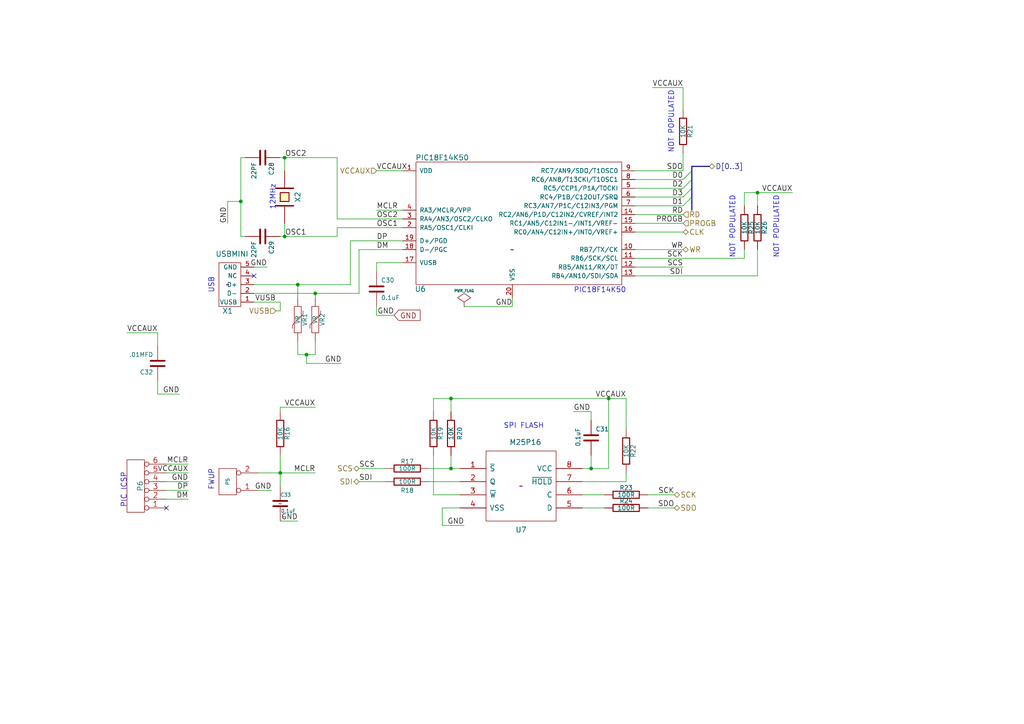
<source format=kicad_sch>
(kicad_sch (version 20211123) (generator eeschema)
  (paper "A4")
  (title_block (title "MIMAS SPARTAN 6 FPGA MODULE") (date "3 dec 2013") (company "Numato Lab") (comment 1 "http://www.numato.com") (comment 2 "License : CC BY-SA"))
  (lib_symbols
    (symbol "Mimas-rescue:C" (pin_numbers hide) (pin_names (offset 0.254))
      (property "Reference" "C" (at 0 2.54 0))
      (property "Value" "C" (at 0.1524 -2.159 0))
      (symbol "C_0_1"
        (polyline (pts (xy -2.032 -0.762) (xy 2.032 -0.762)) (stroke (width 0.508)))
        (polyline (pts (xy -2.032 0.762) (xy 2.032 0.762)) (stroke (width 0.508)))
      )
      (symbol "C_1_1"
        (pin passive line (at 0 5.08 270) (length 4.318) (name "~") (number "1"))
        (pin passive line (at 0 -5.08 90) (length 4.318) (name "~") (number "2"))
      )
    )
    (symbol "Mimas-rescue:CONN_2" (pin_names (offset 1.016) hide)
      (property "Reference" "P" (at -1.27 0 90))
      (property "Value" "CONN_2" (at 1.27 0 90))
      (symbol "CONN_2_0_1"
        (rectangle (start -2.54 3.81) (end 2.54 -3.81))
      )
      (symbol "CONN_2_1_1"
        (pin passive inverted (at -8.89 2.54 0) (length 6.35) (name "P1") (number "1"))
        (pin passive inverted (at -8.89 -2.54 0) (length 6.35) (name "PM") (number "2"))
      )
    )
    (symbol "Mimas-rescue:CONN_6" (pin_names (offset 0.762) hide)
      (property "Reference" "P" (at -1.27 0 90))
      (property "Value" "CONN_6" (at 1.27 0 90))
      (symbol "CONN_6_0_1"
        (rectangle (start -2.54 7.62) (end 2.54 -7.62))
      )
      (symbol "CONN_6_1_1"
        (pin passive inverted (at -8.89 6.35 0) (length 6.35) (name "1") (number "1"))
        (pin passive inverted (at -8.89 3.81 0) (length 6.35) (name "2") (number "2"))
        (pin passive inverted (at -8.89 1.27 0) (length 6.35) (name "3") (number "3"))
        (pin passive inverted (at -8.89 -1.27 0) (length 6.35) (name "4") (number "4"))
        (pin passive inverted (at -8.89 -3.81 0) (length 6.35) (name "5") (number "5"))
        (pin passive inverted (at -8.89 -6.35 0) (length 6.35) (name "6") (number "6"))
      )
    )
    (symbol "Mimas-rescue:CRYSTAL" (pin_numbers hide) (pin_names (offset 1.016) hide)
      (property "Reference" "X" (at 0 3.81 0))
      (property "Value" "CRYSTAL" (at 0 -3.81 0))
      (symbol "CRYSTAL_0_1"
        (polyline (pts (xy -2.54 2.54) (xy -2.54 -2.54)) (stroke (width 0.4064)))
        (polyline (pts (xy 2.54 2.54) (xy 2.54 -2.54)) (stroke (width 0.4064)))
        (polyline (pts (xy -1.27 1.27) (xy 1.27 1.27) (xy 1.27 -1.27) (xy -1.27 -1.27) (xy -1.27 1.27)) (stroke (width 0.3048)) (fill (type background)))
      )
      (symbol "CRYSTAL_1_1"
        (pin passive line (at -7.62 0 0) (length 5.08) (name "1") (number "1"))
        (pin passive line (at 7.62 0 180) (length 5.08) (name "2") (number "2"))
      )
    )
    (symbol "Mimas-rescue:M25P16" (pin_names (offset 1.016))
      (property "Reference" "U" (at 0 -12.7 0))
      (property "Value" "M25P16" (at 1.27 12.7 0))
      (symbol "M25P16_0_1"
        (rectangle (start -10.16 10.16) (end 10.16 -10.16))
      )
      (symbol "M25P16_1_1"
        (pin input line (at -17.78 5.08 0) (length 7.62) (name "~{S}") (number "1"))
        (pin output line (at -17.78 1.27 0) (length 7.62) (name "Q") (number "2"))
        (pin input line (at -17.78 -2.54 0) (length 7.62) (name "~{W}") (number "3"))
        (pin power_in line (at -17.78 -6.35 0) (length 7.62) (name "VSS") (number "4"))
        (pin input line (at 17.78 -6.35 180) (length 7.62) (name "D") (number "5"))
        (pin input line (at 17.78 -2.54 180) (length 7.62) (name "C") (number "6"))
        (pin input line (at 17.78 1.27 180) (length 7.62) (name "~{HOLD}") (number "7"))
        (pin power_in line (at 17.78 5.08 180) (length 7.62) (name "VCC") (number "8"))
      )
    )
    (symbol "Mimas-rescue:PIC18F14K50" (pin_names (offset 1.016))
      (property "Reference" "U" (at -26.67 -11.43 0))
      (property "Value" "PIC18F14K50" (at -20.32 26.67 0))
      (symbol "PIC18F14K50_0_1"
        (rectangle (start -27.94 25.4) (end 31.75 -10.16))
      )
      (symbol "PIC18F14K50_1_1"
        (pin power_in line (at -31.75 22.86 0) (length 3.81) (name "VDD") (number "1"))
        (pin bidirectional line (at 35.56 0 180) (length 3.81) (name "RB7/TX/CK") (number "10"))
        (pin bidirectional line (at 35.56 -2.54 180) (length 3.81) (name "RB6/SCK/SCL") (number "11"))
        (pin bidirectional line (at 35.56 -5.08 180) (length 3.81) (name "RB5/AN11/RX/DT") (number "12"))
        (pin bidirectional line (at 35.56 -7.62 180) (length 3.81) (name "RB4/AN10/SDI/SDA") (number "13"))
        (pin bidirectional line (at 35.56 10.16 180) (length 3.81) (name "RC2/AN6/P1D/C12IN2/CVREF/INT2") (number "14"))
        (pin bidirectional line (at 35.56 7.62 180) (length 3.81) (name "RC1/AN5/C12IN1-/INT1/VREF-") (number "15"))
        (pin bidirectional line (at 35.56 5.08 180) (length 3.81) (name "RC0/AN4/C12IN+/INT0/VREF+") (number "16"))
        (pin bidirectional line (at -31.75 -3.81 0) (length 3.81) (name "VUSB") (number "17"))
        (pin bidirectional line (at -31.75 0 0) (length 3.81) (name "D-/PGC") (number "18"))
        (pin bidirectional line (at -31.75 2.54 0) (length 3.81) (name "D+/PGD") (number "19"))
        (pin bidirectional line (at -31.75 6.35 0) (length 3.81) (name "RA5/OSC1/CLKI") (number "2"))
        (pin power_in line (at 0 -13.97 90) (length 3.81) (name "VSS") (number "20"))
        (pin bidirectional line (at -31.75 8.89 0) (length 3.81) (name "RA4/AN3/OSC2/CLKO") (number "3"))
        (pin bidirectional line (at -31.75 11.43 0) (length 3.81) (name "RA3/MCLR/VPP") (number "4"))
        (pin bidirectional line (at 35.56 17.78 180) (length 3.81) (name "RC5/CCP1/P1A/T0CKI") (number "5"))
        (pin bidirectional line (at 35.56 15.24 180) (length 3.81) (name "RC4/P1B/C12OUT/SRQ") (number "6"))
        (pin bidirectional line (at 35.56 12.7 180) (length 3.81) (name "RC3/AN7/P1C/C12IN3/PGM") (number "7"))
        (pin bidirectional line (at 35.56 20.32 180) (length 3.81) (name "RC6/AN8/T13CKI/T1OSC1") (number "8"))
        (pin bidirectional line (at 35.56 22.86 180) (length 3.81) (name "RC7/AN9/SDO/T1OSC0") (number "9"))
      )
    )
    (symbol "Mimas-rescue:PWR_FLAG" (power) (pin_numbers hide) (pin_names (offset 0) hide)
      (property "Value" "PWR_FLAG" (at 0 4.572 0))
      (symbol "PWR_FLAG_0_0"
        (pin power_out line (at 0 0 90) (length 0) (name "pwr") (number "1"))
      )
      (symbol "PWR_FLAG_0_1"
        (polyline (pts (xy 0 0) (xy 0 1.27) (xy -1.905 2.54) (xy 0 3.81) (xy 1.905 2.54) (xy 0 1.27)))
      )
    )
    (symbol "Mimas-rescue:R" (pin_numbers hide) (pin_names (offset 0))
      (property "Reference" "R" (at 2.032 0 90))
      (property "Value" "R" (at 0.1778 0.0254 90))
      (symbol "R_0_1"
        (rectangle (start -1.016 3.81) (end 1.016 -3.81) (stroke (width 0.3048)))
      )
      (symbol "R_1_1"
        (pin passive line (at 0 6.35 270) (length 2.54) (name "~") (number "1"))
        (pin passive line (at 0 -6.35 90) (length 2.54) (name "~") (number "2"))
      )
    )
    (symbol "Mimas-rescue:USBMICRO" (pin_names (offset 1.016))
      (property "Reference" "X" (at 0 -7.62 0))
      (property "Value" "USBMICRO" (at 1.27 8.89 0))
      (symbol "USBMICRO_0_1"
        (polyline (pts (xy 3.81 -6.35) (xy 3.81 6.35) (xy -1.27 6.35) (xy -2.54 6.35) (xy -2.54 -6.35) (xy 3.81 -6.35)))
      )
      (symbol "USBMICRO_1_1"
        (pin power_out line (at 7.62 -5.08 180) (length 3.81) (name "VUSB") (number "1"))
        (pin bidirectional line (at 7.62 -2.54 180) (length 3.81) (name "D-") (number "2"))
        (pin bidirectional line (at 7.62 0 180) (length 3.81) (name "D+") (number "3"))
        (pin bidirectional line (at 7.62 2.54 180) (length 3.81) (name "NC") (number "4"))
        (pin power_in line (at 7.62 5.08 180) (length 3.81) (name "GND") (number "5"))
      )
    )
    (symbol "Mimas-rescue:VR" (pin_numbers hide) (pin_names (offset 0))
      (property "Reference" "VR" (at 1.524 -1.1684 90))
      (property "Value" "VR" (at 0 0 90))
      (symbol "VR_0_1"
        (rectangle (start -1.016 3.81) (end 1.016 -3.81))
        (polyline (pts (xy -1.524 -2.54) (xy -1.524 -1.524) (xy 1.524 1.524) (xy 1.524 2.54) (xy 1.524 2.54)))
      )
      (symbol "VR_1_1"
        (pin passive line (at 0 6.35 270) (length 2.54) (name "~") (number "1"))
        (pin passive line (at 0 -6.35 90) (length 2.54) (name "~") (number "2"))
      )
    )
  )
  (junction (at 176.53 115.57))
  (junction (at 82.55 68.58))
  (junction (at 171.45 135.89))
  (junction (at 130.81 115.57))
  (junction (at 88.9 102.87))
  (junction (at 86.36 82.55))
  (junction (at 130.81 135.89))
  (junction (at 81.28 137.16))
  (junction (at 91.44 85.09))
  (junction (at 219.71 55.88))
  (junction (at 82.55 45.72))
  (junction (at 69.85 58.42))
  (no_connect (at 48.26 147.32))
  (no_connect (at 73.66 80.01))
  (bus_entry (at 198.12 54.61) (size 2.54 -2.54))
  (bus_entry (at 198.12 52.07) (size 2.54 -2.54))
  (bus_entry (at 198.12 57.15) (size 2.54 -2.54))
  (bus_entry (at 198.12 59.69) (size 2.54 -2.54))
  (wire (pts (xy 81.28 137.16) (xy 81.28 140.97)))
  (wire (pts (xy 81.28 90.17) (xy 80.01 90.17)))
  (wire (pts (xy 181.61 115.57) (xy 181.61 124.46)))
  (wire (pts (xy 82.55 45.72) (xy 97.79 45.72)))
  (wire (pts (xy 45.72 96.52) (xy 45.72 100.33)))
  (bus (pts (xy 200.66 54.61) (xy 200.66 52.07)))
  (wire (pts (xy 184.15 67.31) (xy 198.12 67.31)))
  (wire (pts (xy 116.84 60.96) (xy 109.22 60.96)))
  (wire (pts (xy 215.9 59.69) (xy 215.9 55.88)))
  (wire (pts (xy 184.15 64.77) (xy 198.12 64.77)))
  (wire (pts (xy 219.71 59.69) (xy 219.71 55.88)))
  (wire (pts (xy 86.36 99.06) (xy 86.36 102.87)))
  (wire (pts (xy 69.85 68.58) (xy 71.12 68.58)))
  (wire (pts (xy 45.72 110.49) (xy 45.72 114.3)))
  (wire (pts (xy 184.15 52.07) (xy 198.12 52.07)))
  (wire (pts (xy 81.28 87.63) (xy 81.28 90.17)))
  (wire (pts (xy 215.9 55.88) (xy 219.71 55.88)))
  (wire (pts (xy 198.12 31.75) (xy 198.12 25.4)))
  (wire (pts (xy 81.28 119.38) (xy 81.28 118.11)))
  (wire (pts (xy 184.15 80.01) (xy 219.71 80.01)))
  (wire (pts (xy 130.81 135.89) (xy 124.46 135.89)))
  (wire (pts (xy 74.93 142.24) (xy 78.74 142.24)))
  (wire (pts (xy 101.6 82.55) (xy 101.6 69.85)))
  (wire (pts (xy 184.15 72.39) (xy 198.12 72.39)))
  (wire (pts (xy 148.59 88.9) (xy 134.62 88.9)))
  (bus (pts (xy 200.66 52.07) (xy 200.66 49.53)))
  (wire (pts (xy 116.84 49.53) (xy 109.22 49.53)))
  (wire (pts (xy 171.45 135.89) (xy 168.91 135.89)))
  (wire (pts (xy 104.14 72.39) (xy 116.84 72.39)))
  (wire (pts (xy 219.71 55.88) (xy 229.87 55.88)))
  (wire (pts (xy 81.28 151.13) (xy 86.36 151.13)))
  (wire (pts (xy 125.73 115.57) (xy 130.81 115.57)))
  (wire (pts (xy 81.28 132.08) (xy 81.28 137.16)))
  (wire (pts (xy 91.44 99.06) (xy 91.44 102.87)))
  (wire (pts (xy 73.66 85.09) (xy 91.44 85.09)))
  (wire (pts (xy 48.26 134.62) (xy 54.61 134.62)))
  (wire (pts (xy 81.28 68.58) (xy 82.55 68.58)))
  (wire (pts (xy 97.79 68.58) (xy 97.79 66.04)))
  (wire (pts (xy 133.35 147.32) (xy 128.27 147.32)))
  (bus (pts (xy 200.66 57.15) (xy 200.66 54.61)))
  (wire (pts (xy 168.91 147.32) (xy 175.26 147.32)))
  (wire (pts (xy 133.35 139.7) (xy 124.46 139.7)))
  (wire (pts (xy 176.53 135.89) (xy 171.45 135.89)))
  (wire (pts (xy 125.73 143.51) (xy 125.73 132.08)))
  (wire (pts (xy 198.12 25.4) (xy 189.23 25.4)))
  (wire (pts (xy 97.79 66.04) (xy 116.84 66.04)))
  (wire (pts (xy 86.36 86.36) (xy 86.36 82.55)))
  (wire (pts (xy 73.66 82.55) (xy 86.36 82.55)))
  (wire (pts (xy 198.12 49.53) (xy 184.15 49.53)))
  (wire (pts (xy 128.27 152.4) (xy 134.62 152.4)))
  (wire (pts (xy 69.85 58.42) (xy 69.85 68.58)))
  (wire (pts (xy 133.35 135.89) (xy 130.81 135.89)))
  (wire (pts (xy 74.93 137.16) (xy 81.28 137.16)))
  (wire (pts (xy 111.76 139.7) (xy 104.14 139.7)))
  (wire (pts (xy 184.15 54.61) (xy 198.12 54.61)))
  (wire (pts (xy 91.44 85.09) (xy 104.14 85.09)))
  (bus (pts (xy 200.66 49.53) (xy 200.66 48.26)))
  (wire (pts (xy 81.28 45.72) (xy 82.55 45.72)))
  (wire (pts (xy 88.9 102.87) (xy 91.44 102.87)))
  (wire (pts (xy 133.35 143.51) (xy 125.73 143.51)))
  (wire (pts (xy 148.59 86.36) (xy 148.59 88.9)))
  (wire (pts (xy 88.9 105.41) (xy 99.06 105.41)))
  (wire (pts (xy 97.79 63.5) (xy 116.84 63.5)))
  (wire (pts (xy 171.45 121.92) (xy 171.45 119.38)))
  (wire (pts (xy 86.36 82.55) (xy 101.6 82.55)))
  (wire (pts (xy 168.91 143.51) (xy 175.26 143.51)))
  (wire (pts (xy 86.36 102.87) (xy 88.9 102.87)))
  (wire (pts (xy 184.15 62.23) (xy 198.12 62.23)))
  (wire (pts (xy 168.91 139.7) (xy 181.61 139.7)))
  (wire (pts (xy 130.81 115.57) (xy 176.53 115.57)))
  (wire (pts (xy 130.81 119.38) (xy 130.81 115.57)))
  (wire (pts (xy 176.53 135.89) (xy 176.53 115.57)))
  (wire (pts (xy 187.96 147.32) (xy 195.58 147.32)))
  (wire (pts (xy 69.85 45.72) (xy 69.85 58.42)))
  (wire (pts (xy 91.44 86.36) (xy 91.44 85.09)))
  (wire (pts (xy 81.28 118.11) (xy 91.44 118.11)))
  (wire (pts (xy 109.22 88.9) (xy 109.22 91.44)))
  (wire (pts (xy 184.15 59.69) (xy 198.12 59.69)))
  (wire (pts (xy 171.45 132.08) (xy 171.45 135.89)))
  (wire (pts (xy 36.83 96.52) (xy 45.72 96.52)))
  (wire (pts (xy 82.55 68.58) (xy 97.79 68.58)))
  (wire (pts (xy 82.55 68.58) (xy 82.55 64.77)))
  (wire (pts (xy 187.96 143.51) (xy 195.58 143.51)))
  (wire (pts (xy 184.15 57.15) (xy 198.12 57.15)))
  (wire (pts (xy 71.12 45.72) (xy 69.85 45.72)))
  (wire (pts (xy 109.22 76.2) (xy 109.22 78.74)))
  (wire (pts (xy 104.14 85.09) (xy 104.14 72.39)))
  (wire (pts (xy 48.26 139.7) (xy 54.61 139.7)))
  (wire (pts (xy 176.53 115.57) (xy 181.61 115.57)))
  (wire (pts (xy 184.15 74.93) (xy 215.9 74.93)))
  (wire (pts (xy 73.66 87.63) (xy 81.28 87.63)))
  (wire (pts (xy 109.22 91.44) (xy 114.3 91.44)))
  (wire (pts (xy 130.81 135.89) (xy 130.81 132.08)))
  (wire (pts (xy 219.71 80.01) (xy 219.71 72.39)))
  (wire (pts (xy 128.27 147.32) (xy 128.27 152.4)))
  (wire (pts (xy 73.66 77.47) (xy 77.47 77.47)))
  (wire (pts (xy 82.55 45.72) (xy 82.55 49.53)))
  (wire (pts (xy 184.15 77.47) (xy 198.12 77.47)))
  (wire (pts (xy 48.26 137.16) (xy 54.61 137.16)))
  (wire (pts (xy 198.12 44.45) (xy 198.12 49.53)))
  (wire (pts (xy 45.72 114.3) (xy 52.07 114.3)))
  (wire (pts (xy 88.9 102.87) (xy 88.9 105.41)))
  (wire (pts (xy 69.85 58.42) (xy 66.04 58.42)))
  (wire (pts (xy 48.26 142.24) (xy 54.61 142.24)))
  (wire (pts (xy 171.45 119.38) (xy 166.37 119.38)))
  (wire (pts (xy 101.6 69.85) (xy 116.84 69.85)))
  (wire (pts (xy 97.79 45.72) (xy 97.79 63.5)))
  (bus (pts (xy 200.66 60.96) (xy 200.66 57.15)))
  (wire (pts (xy 111.76 135.89) (xy 104.14 135.89)))
  (wire (pts (xy 48.26 144.78) (xy 54.61 144.78)))
  (wire (pts (xy 116.84 76.2) (xy 109.22 76.2)))
  (wire (pts (xy 215.9 74.93) (xy 215.9 72.39)))
  (wire (pts (xy 81.28 137.16) (xy 91.44 137.16)))
  (wire (pts (xy 125.73 119.38) (xy 125.73 115.57)))
  (wire (pts (xy 181.61 139.7) (xy 181.61 137.16)))
  (bus (pts (xy 200.66 48.26) (xy 205.74 48.26)))
  (wire (pts (xy 66.04 58.42) (xy 66.04 64.77)))
  (text "12MHz" (at 80.01 60.96 90) (effects (font (size 1.4986 1.4986)) (justify left bottom)))
  (text "PIC ICSP" (at 36.83 147.32 90) (effects (font (size 1.524 1.524)) (justify left bottom)))
  (text "NOT POPULATED" (at 195.58 44.45 90) (effects (font (size 1.4986 1.4986)) (justify left bottom)))
  (text "PIC18F14K50" (at 166.37 85.09 0) (effects (font (size 1.4986 1.4986)) (justify left bottom)))
  (text "NOT POPULATED" (at 213.36 74.93 90) (effects (font (size 1.4986 1.4986)) (justify left bottom)))
  (text "USB\n" (at 62.23 85.09 90) (effects (font (size 1.524 1.524)) (justify left bottom)))
  (text "NOT POPULATED" (at 226.06 74.93 90) (effects (font (size 1.4986 1.4986)) (justify left bottom)))
  (text "SPI FLASH" (at 146.05 124.46 0) (effects (font (size 1.4986 1.4986)) (justify left bottom)))
  (text "FWUP" (at 62.23 142.24 90) (effects (font (size 1.4986 1.4986)) (justify left bottom)))
  (label "VCCAUX" (at 109.22 49.53 0) (effects (font (size 1.524 1.524))))
  (label "DM" (at 54.61 144.78 180) (effects (font (size 1.524 1.524))))
  (label "SDI" (at 104.14 139.7 0) (effects (font (size 1.524 1.524))))
  (label "D2" (at 198.12 54.61 180) (effects (font (size 1.524 1.524))))
  (label "GND" (at 134.62 152.4 180) (effects (font (size 1.524 1.524))))
  (label "MCLR" (at 91.44 137.16 180) (effects (font (size 1.524 1.524))))
  (label "GND" (at 52.07 114.3 180) (effects (font (size 1.524 1.524))))
  (label "GND" (at 114.3 91.44 180) (effects (font (size 1.524 1.524))))
  (label "GND" (at 66.04 64.77 90) (effects (font (size 1.524 1.524))))
  (label "VCCAUX" (at 91.44 118.11 180) (effects (font (size 1.524 1.524))))
  (label "D3" (at 198.12 57.15 180) (effects (font (size 1.524 1.524))))
  (label "GND" (at 99.06 105.41 180) (effects (font (size 1.524 1.524))))
  (label "D1" (at 198.12 59.69 180) (effects (font (size 1.524 1.524))))
  (label "DP" (at 109.22 69.85 0) (effects (font (size 1.524 1.524))))
  (label "DM" (at 109.22 72.39 0) (effects (font (size 1.524 1.524))))
  (label "PROGB" (at 198.12 64.77 180) (effects (font (size 1.524 1.524))))
  (label "VCCAUX" (at 181.61 115.57 180) (effects (font (size 1.524 1.524))))
  (label "GND" (at 78.74 142.24 180) (effects (font (size 1.524 1.524))))
  (label "WR" (at 198.12 72.39 180) (effects (font (size 1.524 1.524))))
  (label "GND" (at 148.59 88.9 180) (effects (font (size 1.524 1.524))))
  (label "SCK" (at 195.58 143.51 180) (effects (font (size 1.524 1.524))))
  (label "OSC2" (at 88.9 45.72 180) (effects (font (size 1.524 1.524))))
  (label "SCK" (at 198.12 74.93 180) (effects (font (size 1.524 1.524))))
  (label "GND" (at 86.36 151.13 180) (effects (font (size 1.524 1.524))))
  (label "GND" (at 54.61 139.7 180) (effects (font (size 1.524 1.524))))
  (label "GND" (at 77.47 77.47 180) (effects (font (size 1.524 1.524))))
  (label "SDI" (at 198.12 80.01 180) (effects (font (size 1.524 1.524))))
  (label "VUSB" (at 80.01 87.63 180) (effects (font (size 1.524 1.524))))
  (label "GND" (at 166.37 119.38 0) (effects (font (size 1.524 1.524))))
  (label "SDO" (at 195.58 147.32 180) (effects (font (size 1.524 1.524))))
  (label "OSC1" (at 109.22 66.04 0) (effects (font (size 1.524 1.524))))
  (label "SCS" (at 198.12 77.47 180) (effects (font (size 1.524 1.524))))
  (label "VCCAUX" (at 36.83 96.52 0) (effects (font (size 1.524 1.524))))
  (label "RD" (at 198.12 62.23 180) (effects (font (size 1.524 1.524))))
  (label "OSC1" (at 88.9 68.58 180) (effects (font (size 1.524 1.524))))
  (label "MCLR" (at 109.22 60.96 0) (effects (font (size 1.524 1.524))))
  (label "DP" (at 54.61 142.24 180) (effects (font (size 1.524 1.524))))
  (label "SDO" (at 198.12 49.53 180) (effects (font (size 1.524 1.524))))
  (label "OSC2" (at 109.22 63.5 0) (effects (font (size 1.524 1.524))))
  (label "VCCAUX" (at 229.87 55.88 180) (effects (font (size 1.524 1.524))))
  (label "MCLR" (at 54.61 134.62 180) (effects (font (size 1.524 1.524))))
  (label "VCCAUX" (at 189.23 25.4 0) (effects (font (size 1.524 1.524))))
  (label "D0" (at 198.12 52.07 180) (effects (font (size 1.524 1.524))))
  (label "SCS" (at 104.14 135.89 0) (effects (font (size 1.524 1.524))))
  (label "VCCAUX" (at 54.61 137.16 180) (effects (font (size 1.524 1.524))))
  (global_label "GND" (shape input) (at 114.3 91.44 0) (effects (font (size 1.524 1.524))) (property "Intersheet References" "${INTERSHEET_REFS}" (effects hide)))
  (hierarchical_label "SDI" (shape bidirectional) (at 104.14 139.7 180) (effects (font (size 1.524 1.524))))
  (hierarchical_label "SDO" (shape bidirectional) (at 195.58 147.32 0) (effects (font (size 1.524 1.524))))
  (hierarchical_label "CLK" (shape bidirectional) (at 198.12 67.31 0) (effects (font (size 1.524 1.524))))
  (hierarchical_label "PROGB" (shape input) (at 198.12 64.77 0) (effects (font (size 1.524 1.524))))
  (hierarchical_label "RD" (shape input) (at 198.12 62.23 0) (effects (font (size 1.524 1.524))))
  (hierarchical_label "SCS" (shape bidirectional) (at 104.14 135.89 180) (effects (font (size 1.524 1.524))))
  (hierarchical_label "D[0..3]" (shape bidirectional) (at 205.74 48.26 0) (effects (font (size 1.524 1.524))))
  (hierarchical_label "SCK" (shape bidirectional) (at 195.58 143.51 0) (effects (font (size 1.524 1.524))))
  (hierarchical_label "VUSB" (shape input) (at 80.01 90.17 180) (effects (font (size 1.524 1.524))))
  (hierarchical_label "VCCAUX" (shape input) (at 109.22 49.53 180) (effects (font (size 1.524 1.524))))
  (hierarchical_label "WR" (shape bidirectional) (at 198.12 72.39 0) (effects (font (size 1.524 1.524))))
  (symbol (lib_id "Mimas-rescue:PIC18F14K50") (at 148.59 72.39 0) (unit 1)
    (property "Reference" "U6" (at 121.92 83.82 0) (effects (font (size 1.524 1.524))))
    (property "Value" "PIC18F14K50" (at 128.27 45.72 0) (effects (font (size 1.524 1.524))))
    (property "Footprint" "~" (at 148.59 72.39 0) (effects (font (size 1.524 1.524))))
    (property "Datasheet" "~" (at 148.59 72.39 0) (effects (font (size 1.524 1.524))))
  )
  (symbol (lib_id "Mimas-rescue:CRYSTAL") (at 82.55 57.15 270) (unit 1)
    (property "Reference" "X2" (at 86.36 57.15 0) (effects (font (size 1.524 1.524))))
    (property "Value" "CRYSTAL" (effects hide))
  )
  (symbol (lib_id "Mimas-rescue:C") (at 76.2 45.72 270)
    (property "Reference" "C28" (at 78.74 46.99 0) (effects (justify left)))
    (property "Value" "22PF" (at 73.66 46.99 0) (effects (justify left)))
  )
  (symbol (lib_id "Mimas-rescue:C") (at 76.2 68.58 270)
    (property "Reference" "C29" (at 78.74 69.85 0) (effects (justify left)))
    (property "Value" "22PF" (at 73.66 69.85 0) (effects (justify left)))
  )
  (symbol (lib_id "Mimas-rescue:C") (at 109.22 83.82 0)
    (property "Reference" "C30" (at 110.49 81.28 0) (effects (justify left)))
    (property "Value" "0.1uF" (at 110.49 86.36 0) (effects (justify left)))
  )
  (symbol (lib_id "Mimas-rescue:R") (at 198.12 38.1 0) (unit 1)
    (property "Reference" "R21" (at 200.152 38.1 90))
    (property "Value" "10K" (at 198.12 38.1 90))
  )
  (symbol (lib_id "Mimas-rescue:R") (at 215.9 66.04 0) (unit 1)
    (property "Reference" "R25" (at 217.932 66.04 90))
    (property "Value" "10K" (at 215.9 66.04 90))
  )
  (symbol (lib_id "Mimas-rescue:R") (at 219.71 66.04 0) (unit 1)
    (property "Reference" "R26" (at 221.742 66.04 90))
    (property "Value" "10K" (at 219.71 66.04 90))
  )
  (symbol (lib_id "Mimas-rescue:C") (at 45.72 105.41 180)
    (property "Reference" "C32" (at 44.45 107.95 0) (effects (justify left)))
    (property "Value" ".01MFD" (at 44.45 102.87 0) (effects (justify left)))
  )
  (symbol (lib_id "Mimas-rescue:CONN_2") (at 66.04 139.7 180) (unit 1)
    (property "Reference" "P5" (at 66.04 139.7 90) (effects (font (size 1.016 1.016))))
    (property "Value" "CONN_2" (effects hide))
  )
  (symbol (lib_id "Mimas-rescue:R") (at 81.28 125.73 0) (unit 1)
    (property "Reference" "R16" (at 83.312 125.73 90))
    (property "Value" "10K" (at 81.28 125.73 90))
  )
  (symbol (lib_id "Mimas-rescue:M25P16") (at 151.13 140.97 0) (unit 1)
    (property "Reference" "U7" (at 151.13 153.67 0) (effects (font (size 1.524 1.524))))
    (property "Value" "M25P16" (at 152.4 128.27 0) (effects (font (size 1.524 1.524))))
    (property "Footprint" "~" (at 151.13 140.97 0) (effects (font (size 1.524 1.524))))
    (property "Datasheet" "~" (at 151.13 140.97 0) (effects (font (size 1.524 1.524))))
  )
  (symbol (lib_id "Mimas-rescue:R") (at 118.11 135.89 90) (unit 1)
    (property "Reference" "R17" (at 118.11 133.858 90))
    (property "Value" "100R" (at 118.11 135.89 90))
  )
  (symbol (lib_id "Mimas-rescue:R") (at 118.11 139.7 90) (unit 1)
    (property "Reference" "R18" (at 118.11 142.24 90))
    (property "Value" "100R" (at 118.11 139.7 90))
  )
  (symbol (lib_id "Mimas-rescue:R") (at 130.81 125.73 180) (unit 1)
    (property "Reference" "R20" (at 133.35 125.73 90))
    (property "Value" "10K" (at 130.81 125.73 90))
  )
  (symbol (lib_id "Mimas-rescue:R") (at 125.73 125.73 0) (unit 1)
    (property "Reference" "R19" (at 127.762 125.73 90))
    (property "Value" "10K" (at 125.73 125.73 90))
  )
  (symbol (lib_id "Mimas-rescue:R") (at 181.61 147.32 90) (unit 1)
    (property "Reference" "R24" (at 181.61 145.288 90))
    (property "Value" "100R" (at 181.61 147.32 90))
  )
  (symbol (lib_id "Mimas-rescue:R") (at 181.61 130.81 0) (unit 1)
    (property "Reference" "R22" (at 183.642 130.81 90))
    (property "Value" "10K" (at 181.61 130.81 90))
  )
  (symbol (lib_id "Mimas-rescue:USBMICRO") (at 66.04 82.55 0) (unit 1)
    (property "Reference" "X1" (at 66.04 90.17 0) (effects (font (size 1.524 1.524))))
    (property "Value" "USBMINI" (at 67.31 73.66 0) (effects (font (size 1.524 1.524))))
    (property "Footprint" "~" (at 66.04 82.55 0) (effects (font (size 1.524 1.524))))
    (property "Datasheet" "~" (at 66.04 82.55 0) (effects (font (size 1.524 1.524))))
  )
  (symbol (lib_id "Mimas-rescue:VR") (at 86.36 92.71 0) (unit 1)
    (property "Reference" "VR1" (at 88.392 92.71 90))
    (property "Value" "VR" (at 86.36 92.71 90))
  )
  (symbol (lib_id "Mimas-rescue:VR") (at 91.44 92.71 0) (unit 1)
    (property "Reference" "VR2" (at 93.472 92.71 90))
    (property "Value" "VR" (at 91.44 92.71 90))
  )
  (symbol (lib_id "Mimas-rescue:C") (at 171.45 127 0)
    (property "Reference" "C31" (at 172.72 124.46 0) (effects (justify left)))
    (property "Value" "0.1uF" (at 167.64 129.54 90) (effects (justify left)))
  )
  (symbol (lib_id "Mimas-rescue:PWR_FLAG") (at 134.62 88.9 0) (unit 1)
    (property "Reference" "#FLG02" (effects hide))
    (property "Value" "PWR_FLAG" (at 134.62 84.328 0) (effects (font (size 0.762 0.762))))
  )
  (symbol (lib_id "Mimas-rescue:R") (at 181.61 143.51 90) (unit 1)
    (property "Reference" "R23" (at 181.61 141.478 90))
    (property "Value" "100R" (at 181.61 143.51 90))
  )
  (symbol (lib_id "Mimas-rescue:CONN_6") (at 39.37 140.97 180) (unit 1)
    (property "Reference" "P6" (at 40.64 140.97 90) (effects (font (size 1.524 1.524))))
    (property "Value" "CONN_6" (effects hide))
  )
  (symbol (lib_id "Mimas-rescue:C") (at 81.28 146.05 0)
    (property "Reference" "C33" (at 81.28 143.51 0) (effects (font (size 1.016 1.016)) (justify left)))
    (property "Value" "0.1uF" (at 81.4324 148.209 0) (effects (font (size 1.016 1.016)) (justify left)))
    (property "Footprint" "~" (at 82.2452 149.86 0) (effects (font (size 0.762 0.762))))
    (property "Datasheet" "~" (at 81.28 146.05 0) (effects (font (size 1.524 1.524))))
  )
)
</source>
